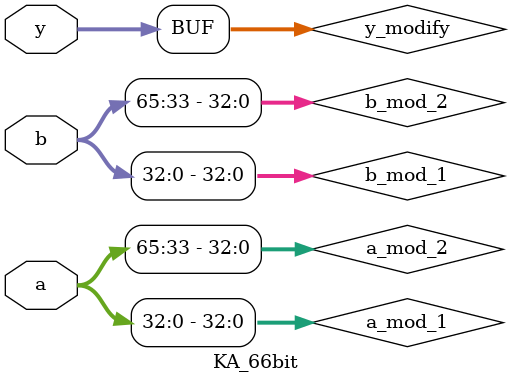
<source format=v>
`timescale 1ns / 1ps

module KA_66bit(
    a,
    b,
    y
    );

input [65:0] a;
input [65:0] b;

input [130:0] y;


wire [32:0] a_mod_1; //33
wire [32:0] b_mod_1; //33
wire [64:0] y_mod_1;  //65

wire [32:0] a_mod_2; //33
wire [32:0] b_mod_2; //33
wire [64:0] y_mod_2; //65

wire [32:0] a_mod_3; //33
wire [32:0] b_mod_3; //33
wire [64:0] y_mod_3; //65

wire [64:0] B1_out1, B1_out2, B1_out3;

wire [130:0] y_modify;


KA_33bit bit_mod_1 (.y(y_mod_1), .a(a_mod_1), .b(b_mod_1));
KA_33bit bit_mod_2 (.y(y_mod_2), .a(a_mod_2), .b(b_mod_2));
KA_33bit bit_mod_3 (.y(y_mod_3), .a(a_mod_3), .b(b_mod_3));

assign a_mod_1 = a[32:0], b_mod_1 = b[32:0];

assign a_mod_2 = a[65:33], b_mod_2 = b[65:33];

assign a_mod_3 = a[32:0]^a[65:33], b_mod_3 = b[32:0]^b[65:33];



assign B1_out1 = y_mod_1;

assign B1_out2 = y_mod_1 ^ y_mod_2 ^ y_mod_3 ;

assign B1_out3 = y_mod_2;


overlap_module_66bit ov_mod (
        .B2_in1(B1_out1),
        .B2_in2(B1_out2),
        .B2_in3(B1_out3),
        .B2_out(y_modify)
        );

assign y = y_modify[130:0];

endmodule
</source>
